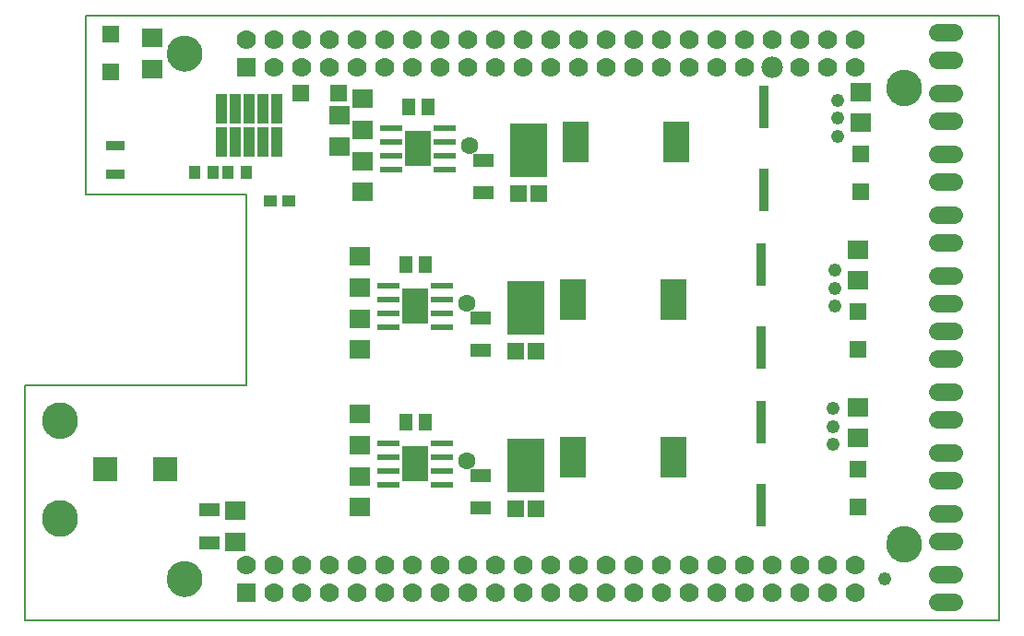
<source format=gts>
G75*
%MOIN*%
%OFA0B0*%
%FSLAX25Y25*%
%IPPOS*%
%LPD*%
%AMOC8*
5,1,8,0,0,1.08239X$1,22.5*
%
%ADD10C,0.00500*%
%ADD11C,0.00000*%
%ADD12C,0.12900*%
%ADD13R,0.07000X0.07000*%
%ADD14C,0.07000*%
%ADD15C,0.07800*%
%ADD16R,0.07500X0.04800*%
%ADD17R,0.07498X0.06699*%
%ADD18R,0.04800X0.06100*%
%ADD19R,0.03500X0.15600*%
%ADD20R,0.05900X0.05900*%
%ADD21R,0.13600X0.19500*%
%ADD22R,0.06306X0.06306*%
%ADD23R,0.08200X0.02200*%
%ADD24R,0.09800X0.12600*%
%ADD25R,0.09455X0.14573*%
%ADD26C,0.06400*%
%ADD27R,0.08668X0.08668*%
%ADD28C,0.12998*%
%ADD29R,0.04337X0.04731*%
%ADD30R,0.04731X0.04337*%
%ADD31R,0.03900X0.10900*%
%ADD32R,0.07093X0.03550*%
%ADD33C,0.04900*%
%ADD34C,0.06306*%
D10*
X0026831Y0007667D02*
X0026831Y0092667D01*
X0106831Y0092667D01*
X0106831Y0161667D01*
X0048831Y0161667D01*
X0048831Y0226167D01*
X0378831Y0226167D01*
X0378831Y0007667D01*
X0026831Y0007667D01*
D11*
X0078081Y0022667D02*
X0078083Y0022825D01*
X0078089Y0022982D01*
X0078099Y0023140D01*
X0078113Y0023297D01*
X0078131Y0023453D01*
X0078152Y0023610D01*
X0078178Y0023765D01*
X0078208Y0023920D01*
X0078241Y0024074D01*
X0078279Y0024227D01*
X0078320Y0024380D01*
X0078365Y0024531D01*
X0078414Y0024681D01*
X0078467Y0024829D01*
X0078523Y0024977D01*
X0078584Y0025122D01*
X0078647Y0025267D01*
X0078715Y0025409D01*
X0078786Y0025550D01*
X0078860Y0025689D01*
X0078938Y0025826D01*
X0079020Y0025961D01*
X0079104Y0026094D01*
X0079193Y0026225D01*
X0079284Y0026353D01*
X0079379Y0026480D01*
X0079476Y0026603D01*
X0079577Y0026725D01*
X0079681Y0026843D01*
X0079788Y0026959D01*
X0079898Y0027072D01*
X0080010Y0027183D01*
X0080126Y0027290D01*
X0080244Y0027395D01*
X0080364Y0027497D01*
X0080487Y0027595D01*
X0080613Y0027691D01*
X0080741Y0027783D01*
X0080871Y0027872D01*
X0081003Y0027958D01*
X0081138Y0028040D01*
X0081275Y0028119D01*
X0081413Y0028194D01*
X0081553Y0028266D01*
X0081696Y0028334D01*
X0081839Y0028399D01*
X0081985Y0028460D01*
X0082132Y0028517D01*
X0082280Y0028571D01*
X0082430Y0028621D01*
X0082580Y0028667D01*
X0082732Y0028709D01*
X0082885Y0028748D01*
X0083039Y0028782D01*
X0083194Y0028813D01*
X0083349Y0028839D01*
X0083505Y0028862D01*
X0083662Y0028881D01*
X0083819Y0028896D01*
X0083976Y0028907D01*
X0084134Y0028914D01*
X0084292Y0028917D01*
X0084449Y0028916D01*
X0084607Y0028911D01*
X0084764Y0028902D01*
X0084922Y0028889D01*
X0085078Y0028872D01*
X0085235Y0028851D01*
X0085390Y0028827D01*
X0085545Y0028798D01*
X0085700Y0028765D01*
X0085853Y0028729D01*
X0086006Y0028688D01*
X0086157Y0028644D01*
X0086307Y0028596D01*
X0086456Y0028545D01*
X0086604Y0028489D01*
X0086750Y0028430D01*
X0086895Y0028367D01*
X0087038Y0028300D01*
X0087179Y0028230D01*
X0087318Y0028157D01*
X0087456Y0028080D01*
X0087592Y0027999D01*
X0087725Y0027915D01*
X0087856Y0027828D01*
X0087985Y0027737D01*
X0088112Y0027643D01*
X0088237Y0027546D01*
X0088358Y0027446D01*
X0088478Y0027343D01*
X0088594Y0027237D01*
X0088708Y0027128D01*
X0088820Y0027016D01*
X0088928Y0026902D01*
X0089033Y0026784D01*
X0089136Y0026664D01*
X0089235Y0026542D01*
X0089331Y0026417D01*
X0089424Y0026289D01*
X0089514Y0026160D01*
X0089600Y0026028D01*
X0089684Y0025894D01*
X0089763Y0025758D01*
X0089840Y0025620D01*
X0089912Y0025480D01*
X0089981Y0025338D01*
X0090047Y0025195D01*
X0090109Y0025050D01*
X0090167Y0024903D01*
X0090222Y0024755D01*
X0090273Y0024606D01*
X0090320Y0024455D01*
X0090363Y0024304D01*
X0090402Y0024151D01*
X0090438Y0023997D01*
X0090469Y0023843D01*
X0090497Y0023688D01*
X0090521Y0023532D01*
X0090541Y0023375D01*
X0090557Y0023218D01*
X0090569Y0023061D01*
X0090577Y0022904D01*
X0090581Y0022746D01*
X0090581Y0022588D01*
X0090577Y0022430D01*
X0090569Y0022273D01*
X0090557Y0022116D01*
X0090541Y0021959D01*
X0090521Y0021802D01*
X0090497Y0021646D01*
X0090469Y0021491D01*
X0090438Y0021337D01*
X0090402Y0021183D01*
X0090363Y0021030D01*
X0090320Y0020879D01*
X0090273Y0020728D01*
X0090222Y0020579D01*
X0090167Y0020431D01*
X0090109Y0020284D01*
X0090047Y0020139D01*
X0089981Y0019996D01*
X0089912Y0019854D01*
X0089840Y0019714D01*
X0089763Y0019576D01*
X0089684Y0019440D01*
X0089600Y0019306D01*
X0089514Y0019174D01*
X0089424Y0019045D01*
X0089331Y0018917D01*
X0089235Y0018792D01*
X0089136Y0018670D01*
X0089033Y0018550D01*
X0088928Y0018432D01*
X0088820Y0018318D01*
X0088708Y0018206D01*
X0088594Y0018097D01*
X0088478Y0017991D01*
X0088358Y0017888D01*
X0088237Y0017788D01*
X0088112Y0017691D01*
X0087985Y0017597D01*
X0087856Y0017506D01*
X0087725Y0017419D01*
X0087592Y0017335D01*
X0087456Y0017254D01*
X0087318Y0017177D01*
X0087179Y0017104D01*
X0087038Y0017034D01*
X0086895Y0016967D01*
X0086750Y0016904D01*
X0086604Y0016845D01*
X0086456Y0016789D01*
X0086307Y0016738D01*
X0086157Y0016690D01*
X0086006Y0016646D01*
X0085853Y0016605D01*
X0085700Y0016569D01*
X0085545Y0016536D01*
X0085390Y0016507D01*
X0085235Y0016483D01*
X0085078Y0016462D01*
X0084922Y0016445D01*
X0084764Y0016432D01*
X0084607Y0016423D01*
X0084449Y0016418D01*
X0084292Y0016417D01*
X0084134Y0016420D01*
X0083976Y0016427D01*
X0083819Y0016438D01*
X0083662Y0016453D01*
X0083505Y0016472D01*
X0083349Y0016495D01*
X0083194Y0016521D01*
X0083039Y0016552D01*
X0082885Y0016586D01*
X0082732Y0016625D01*
X0082580Y0016667D01*
X0082430Y0016713D01*
X0082280Y0016763D01*
X0082132Y0016817D01*
X0081985Y0016874D01*
X0081839Y0016935D01*
X0081696Y0017000D01*
X0081553Y0017068D01*
X0081413Y0017140D01*
X0081275Y0017215D01*
X0081138Y0017294D01*
X0081003Y0017376D01*
X0080871Y0017462D01*
X0080741Y0017551D01*
X0080613Y0017643D01*
X0080487Y0017739D01*
X0080364Y0017837D01*
X0080244Y0017939D01*
X0080126Y0018044D01*
X0080010Y0018151D01*
X0079898Y0018262D01*
X0079788Y0018375D01*
X0079681Y0018491D01*
X0079577Y0018609D01*
X0079476Y0018731D01*
X0079379Y0018854D01*
X0079284Y0018981D01*
X0079193Y0019109D01*
X0079104Y0019240D01*
X0079020Y0019373D01*
X0078938Y0019508D01*
X0078860Y0019645D01*
X0078786Y0019784D01*
X0078715Y0019925D01*
X0078647Y0020067D01*
X0078584Y0020212D01*
X0078523Y0020357D01*
X0078467Y0020505D01*
X0078414Y0020653D01*
X0078365Y0020803D01*
X0078320Y0020954D01*
X0078279Y0021107D01*
X0078241Y0021260D01*
X0078208Y0021414D01*
X0078178Y0021569D01*
X0078152Y0021724D01*
X0078131Y0021881D01*
X0078113Y0022037D01*
X0078099Y0022194D01*
X0078089Y0022352D01*
X0078083Y0022509D01*
X0078081Y0022667D01*
X0032996Y0044450D02*
X0032998Y0044608D01*
X0033004Y0044766D01*
X0033014Y0044924D01*
X0033028Y0045082D01*
X0033046Y0045239D01*
X0033067Y0045396D01*
X0033093Y0045552D01*
X0033123Y0045708D01*
X0033156Y0045863D01*
X0033194Y0046016D01*
X0033235Y0046169D01*
X0033280Y0046321D01*
X0033329Y0046472D01*
X0033382Y0046621D01*
X0033438Y0046769D01*
X0033498Y0046915D01*
X0033562Y0047060D01*
X0033630Y0047203D01*
X0033701Y0047345D01*
X0033775Y0047485D01*
X0033853Y0047622D01*
X0033935Y0047758D01*
X0034019Y0047892D01*
X0034108Y0048023D01*
X0034199Y0048152D01*
X0034294Y0048279D01*
X0034391Y0048404D01*
X0034492Y0048526D01*
X0034596Y0048645D01*
X0034703Y0048762D01*
X0034813Y0048876D01*
X0034926Y0048987D01*
X0035041Y0049096D01*
X0035159Y0049201D01*
X0035280Y0049303D01*
X0035403Y0049403D01*
X0035529Y0049499D01*
X0035657Y0049592D01*
X0035787Y0049682D01*
X0035920Y0049768D01*
X0036055Y0049852D01*
X0036191Y0049931D01*
X0036330Y0050008D01*
X0036471Y0050080D01*
X0036613Y0050150D01*
X0036757Y0050215D01*
X0036903Y0050277D01*
X0037050Y0050335D01*
X0037199Y0050390D01*
X0037349Y0050441D01*
X0037500Y0050488D01*
X0037652Y0050531D01*
X0037805Y0050570D01*
X0037960Y0050606D01*
X0038115Y0050637D01*
X0038271Y0050665D01*
X0038427Y0050689D01*
X0038584Y0050709D01*
X0038742Y0050725D01*
X0038899Y0050737D01*
X0039058Y0050745D01*
X0039216Y0050749D01*
X0039374Y0050749D01*
X0039532Y0050745D01*
X0039691Y0050737D01*
X0039848Y0050725D01*
X0040006Y0050709D01*
X0040163Y0050689D01*
X0040319Y0050665D01*
X0040475Y0050637D01*
X0040630Y0050606D01*
X0040785Y0050570D01*
X0040938Y0050531D01*
X0041090Y0050488D01*
X0041241Y0050441D01*
X0041391Y0050390D01*
X0041540Y0050335D01*
X0041687Y0050277D01*
X0041833Y0050215D01*
X0041977Y0050150D01*
X0042119Y0050080D01*
X0042260Y0050008D01*
X0042399Y0049931D01*
X0042535Y0049852D01*
X0042670Y0049768D01*
X0042803Y0049682D01*
X0042933Y0049592D01*
X0043061Y0049499D01*
X0043187Y0049403D01*
X0043310Y0049303D01*
X0043431Y0049201D01*
X0043549Y0049096D01*
X0043664Y0048987D01*
X0043777Y0048876D01*
X0043887Y0048762D01*
X0043994Y0048645D01*
X0044098Y0048526D01*
X0044199Y0048404D01*
X0044296Y0048279D01*
X0044391Y0048152D01*
X0044482Y0048023D01*
X0044571Y0047892D01*
X0044655Y0047758D01*
X0044737Y0047622D01*
X0044815Y0047485D01*
X0044889Y0047345D01*
X0044960Y0047203D01*
X0045028Y0047060D01*
X0045092Y0046915D01*
X0045152Y0046769D01*
X0045208Y0046621D01*
X0045261Y0046472D01*
X0045310Y0046321D01*
X0045355Y0046169D01*
X0045396Y0046016D01*
X0045434Y0045863D01*
X0045467Y0045708D01*
X0045497Y0045552D01*
X0045523Y0045396D01*
X0045544Y0045239D01*
X0045562Y0045082D01*
X0045576Y0044924D01*
X0045586Y0044766D01*
X0045592Y0044608D01*
X0045594Y0044450D01*
X0045592Y0044292D01*
X0045586Y0044134D01*
X0045576Y0043976D01*
X0045562Y0043818D01*
X0045544Y0043661D01*
X0045523Y0043504D01*
X0045497Y0043348D01*
X0045467Y0043192D01*
X0045434Y0043037D01*
X0045396Y0042884D01*
X0045355Y0042731D01*
X0045310Y0042579D01*
X0045261Y0042428D01*
X0045208Y0042279D01*
X0045152Y0042131D01*
X0045092Y0041985D01*
X0045028Y0041840D01*
X0044960Y0041697D01*
X0044889Y0041555D01*
X0044815Y0041415D01*
X0044737Y0041278D01*
X0044655Y0041142D01*
X0044571Y0041008D01*
X0044482Y0040877D01*
X0044391Y0040748D01*
X0044296Y0040621D01*
X0044199Y0040496D01*
X0044098Y0040374D01*
X0043994Y0040255D01*
X0043887Y0040138D01*
X0043777Y0040024D01*
X0043664Y0039913D01*
X0043549Y0039804D01*
X0043431Y0039699D01*
X0043310Y0039597D01*
X0043187Y0039497D01*
X0043061Y0039401D01*
X0042933Y0039308D01*
X0042803Y0039218D01*
X0042670Y0039132D01*
X0042535Y0039048D01*
X0042399Y0038969D01*
X0042260Y0038892D01*
X0042119Y0038820D01*
X0041977Y0038750D01*
X0041833Y0038685D01*
X0041687Y0038623D01*
X0041540Y0038565D01*
X0041391Y0038510D01*
X0041241Y0038459D01*
X0041090Y0038412D01*
X0040938Y0038369D01*
X0040785Y0038330D01*
X0040630Y0038294D01*
X0040475Y0038263D01*
X0040319Y0038235D01*
X0040163Y0038211D01*
X0040006Y0038191D01*
X0039848Y0038175D01*
X0039691Y0038163D01*
X0039532Y0038155D01*
X0039374Y0038151D01*
X0039216Y0038151D01*
X0039058Y0038155D01*
X0038899Y0038163D01*
X0038742Y0038175D01*
X0038584Y0038191D01*
X0038427Y0038211D01*
X0038271Y0038235D01*
X0038115Y0038263D01*
X0037960Y0038294D01*
X0037805Y0038330D01*
X0037652Y0038369D01*
X0037500Y0038412D01*
X0037349Y0038459D01*
X0037199Y0038510D01*
X0037050Y0038565D01*
X0036903Y0038623D01*
X0036757Y0038685D01*
X0036613Y0038750D01*
X0036471Y0038820D01*
X0036330Y0038892D01*
X0036191Y0038969D01*
X0036055Y0039048D01*
X0035920Y0039132D01*
X0035787Y0039218D01*
X0035657Y0039308D01*
X0035529Y0039401D01*
X0035403Y0039497D01*
X0035280Y0039597D01*
X0035159Y0039699D01*
X0035041Y0039804D01*
X0034926Y0039913D01*
X0034813Y0040024D01*
X0034703Y0040138D01*
X0034596Y0040255D01*
X0034492Y0040374D01*
X0034391Y0040496D01*
X0034294Y0040621D01*
X0034199Y0040748D01*
X0034108Y0040877D01*
X0034019Y0041008D01*
X0033935Y0041142D01*
X0033853Y0041278D01*
X0033775Y0041415D01*
X0033701Y0041555D01*
X0033630Y0041697D01*
X0033562Y0041840D01*
X0033498Y0041985D01*
X0033438Y0042131D01*
X0033382Y0042279D01*
X0033329Y0042428D01*
X0033280Y0042579D01*
X0033235Y0042731D01*
X0033194Y0042884D01*
X0033156Y0043037D01*
X0033123Y0043192D01*
X0033093Y0043348D01*
X0033067Y0043504D01*
X0033046Y0043661D01*
X0033028Y0043818D01*
X0033014Y0043976D01*
X0033004Y0044134D01*
X0032998Y0044292D01*
X0032996Y0044450D01*
X0032996Y0079883D02*
X0032998Y0080041D01*
X0033004Y0080199D01*
X0033014Y0080357D01*
X0033028Y0080515D01*
X0033046Y0080672D01*
X0033067Y0080829D01*
X0033093Y0080985D01*
X0033123Y0081141D01*
X0033156Y0081296D01*
X0033194Y0081449D01*
X0033235Y0081602D01*
X0033280Y0081754D01*
X0033329Y0081905D01*
X0033382Y0082054D01*
X0033438Y0082202D01*
X0033498Y0082348D01*
X0033562Y0082493D01*
X0033630Y0082636D01*
X0033701Y0082778D01*
X0033775Y0082918D01*
X0033853Y0083055D01*
X0033935Y0083191D01*
X0034019Y0083325D01*
X0034108Y0083456D01*
X0034199Y0083585D01*
X0034294Y0083712D01*
X0034391Y0083837D01*
X0034492Y0083959D01*
X0034596Y0084078D01*
X0034703Y0084195D01*
X0034813Y0084309D01*
X0034926Y0084420D01*
X0035041Y0084529D01*
X0035159Y0084634D01*
X0035280Y0084736D01*
X0035403Y0084836D01*
X0035529Y0084932D01*
X0035657Y0085025D01*
X0035787Y0085115D01*
X0035920Y0085201D01*
X0036055Y0085285D01*
X0036191Y0085364D01*
X0036330Y0085441D01*
X0036471Y0085513D01*
X0036613Y0085583D01*
X0036757Y0085648D01*
X0036903Y0085710D01*
X0037050Y0085768D01*
X0037199Y0085823D01*
X0037349Y0085874D01*
X0037500Y0085921D01*
X0037652Y0085964D01*
X0037805Y0086003D01*
X0037960Y0086039D01*
X0038115Y0086070D01*
X0038271Y0086098D01*
X0038427Y0086122D01*
X0038584Y0086142D01*
X0038742Y0086158D01*
X0038899Y0086170D01*
X0039058Y0086178D01*
X0039216Y0086182D01*
X0039374Y0086182D01*
X0039532Y0086178D01*
X0039691Y0086170D01*
X0039848Y0086158D01*
X0040006Y0086142D01*
X0040163Y0086122D01*
X0040319Y0086098D01*
X0040475Y0086070D01*
X0040630Y0086039D01*
X0040785Y0086003D01*
X0040938Y0085964D01*
X0041090Y0085921D01*
X0041241Y0085874D01*
X0041391Y0085823D01*
X0041540Y0085768D01*
X0041687Y0085710D01*
X0041833Y0085648D01*
X0041977Y0085583D01*
X0042119Y0085513D01*
X0042260Y0085441D01*
X0042399Y0085364D01*
X0042535Y0085285D01*
X0042670Y0085201D01*
X0042803Y0085115D01*
X0042933Y0085025D01*
X0043061Y0084932D01*
X0043187Y0084836D01*
X0043310Y0084736D01*
X0043431Y0084634D01*
X0043549Y0084529D01*
X0043664Y0084420D01*
X0043777Y0084309D01*
X0043887Y0084195D01*
X0043994Y0084078D01*
X0044098Y0083959D01*
X0044199Y0083837D01*
X0044296Y0083712D01*
X0044391Y0083585D01*
X0044482Y0083456D01*
X0044571Y0083325D01*
X0044655Y0083191D01*
X0044737Y0083055D01*
X0044815Y0082918D01*
X0044889Y0082778D01*
X0044960Y0082636D01*
X0045028Y0082493D01*
X0045092Y0082348D01*
X0045152Y0082202D01*
X0045208Y0082054D01*
X0045261Y0081905D01*
X0045310Y0081754D01*
X0045355Y0081602D01*
X0045396Y0081449D01*
X0045434Y0081296D01*
X0045467Y0081141D01*
X0045497Y0080985D01*
X0045523Y0080829D01*
X0045544Y0080672D01*
X0045562Y0080515D01*
X0045576Y0080357D01*
X0045586Y0080199D01*
X0045592Y0080041D01*
X0045594Y0079883D01*
X0045592Y0079725D01*
X0045586Y0079567D01*
X0045576Y0079409D01*
X0045562Y0079251D01*
X0045544Y0079094D01*
X0045523Y0078937D01*
X0045497Y0078781D01*
X0045467Y0078625D01*
X0045434Y0078470D01*
X0045396Y0078317D01*
X0045355Y0078164D01*
X0045310Y0078012D01*
X0045261Y0077861D01*
X0045208Y0077712D01*
X0045152Y0077564D01*
X0045092Y0077418D01*
X0045028Y0077273D01*
X0044960Y0077130D01*
X0044889Y0076988D01*
X0044815Y0076848D01*
X0044737Y0076711D01*
X0044655Y0076575D01*
X0044571Y0076441D01*
X0044482Y0076310D01*
X0044391Y0076181D01*
X0044296Y0076054D01*
X0044199Y0075929D01*
X0044098Y0075807D01*
X0043994Y0075688D01*
X0043887Y0075571D01*
X0043777Y0075457D01*
X0043664Y0075346D01*
X0043549Y0075237D01*
X0043431Y0075132D01*
X0043310Y0075030D01*
X0043187Y0074930D01*
X0043061Y0074834D01*
X0042933Y0074741D01*
X0042803Y0074651D01*
X0042670Y0074565D01*
X0042535Y0074481D01*
X0042399Y0074402D01*
X0042260Y0074325D01*
X0042119Y0074253D01*
X0041977Y0074183D01*
X0041833Y0074118D01*
X0041687Y0074056D01*
X0041540Y0073998D01*
X0041391Y0073943D01*
X0041241Y0073892D01*
X0041090Y0073845D01*
X0040938Y0073802D01*
X0040785Y0073763D01*
X0040630Y0073727D01*
X0040475Y0073696D01*
X0040319Y0073668D01*
X0040163Y0073644D01*
X0040006Y0073624D01*
X0039848Y0073608D01*
X0039691Y0073596D01*
X0039532Y0073588D01*
X0039374Y0073584D01*
X0039216Y0073584D01*
X0039058Y0073588D01*
X0038899Y0073596D01*
X0038742Y0073608D01*
X0038584Y0073624D01*
X0038427Y0073644D01*
X0038271Y0073668D01*
X0038115Y0073696D01*
X0037960Y0073727D01*
X0037805Y0073763D01*
X0037652Y0073802D01*
X0037500Y0073845D01*
X0037349Y0073892D01*
X0037199Y0073943D01*
X0037050Y0073998D01*
X0036903Y0074056D01*
X0036757Y0074118D01*
X0036613Y0074183D01*
X0036471Y0074253D01*
X0036330Y0074325D01*
X0036191Y0074402D01*
X0036055Y0074481D01*
X0035920Y0074565D01*
X0035787Y0074651D01*
X0035657Y0074741D01*
X0035529Y0074834D01*
X0035403Y0074930D01*
X0035280Y0075030D01*
X0035159Y0075132D01*
X0035041Y0075237D01*
X0034926Y0075346D01*
X0034813Y0075457D01*
X0034703Y0075571D01*
X0034596Y0075688D01*
X0034492Y0075807D01*
X0034391Y0075929D01*
X0034294Y0076054D01*
X0034199Y0076181D01*
X0034108Y0076310D01*
X0034019Y0076441D01*
X0033935Y0076575D01*
X0033853Y0076711D01*
X0033775Y0076848D01*
X0033701Y0076988D01*
X0033630Y0077130D01*
X0033562Y0077273D01*
X0033498Y0077418D01*
X0033438Y0077564D01*
X0033382Y0077712D01*
X0033329Y0077861D01*
X0033280Y0078012D01*
X0033235Y0078164D01*
X0033194Y0078317D01*
X0033156Y0078470D01*
X0033123Y0078625D01*
X0033093Y0078781D01*
X0033067Y0078937D01*
X0033046Y0079094D01*
X0033028Y0079251D01*
X0033014Y0079409D01*
X0033004Y0079567D01*
X0032998Y0079725D01*
X0032996Y0079883D01*
X0078081Y0212667D02*
X0078083Y0212825D01*
X0078089Y0212982D01*
X0078099Y0213140D01*
X0078113Y0213297D01*
X0078131Y0213453D01*
X0078152Y0213610D01*
X0078178Y0213765D01*
X0078208Y0213920D01*
X0078241Y0214074D01*
X0078279Y0214227D01*
X0078320Y0214380D01*
X0078365Y0214531D01*
X0078414Y0214681D01*
X0078467Y0214829D01*
X0078523Y0214977D01*
X0078584Y0215122D01*
X0078647Y0215267D01*
X0078715Y0215409D01*
X0078786Y0215550D01*
X0078860Y0215689D01*
X0078938Y0215826D01*
X0079020Y0215961D01*
X0079104Y0216094D01*
X0079193Y0216225D01*
X0079284Y0216353D01*
X0079379Y0216480D01*
X0079476Y0216603D01*
X0079577Y0216725D01*
X0079681Y0216843D01*
X0079788Y0216959D01*
X0079898Y0217072D01*
X0080010Y0217183D01*
X0080126Y0217290D01*
X0080244Y0217395D01*
X0080364Y0217497D01*
X0080487Y0217595D01*
X0080613Y0217691D01*
X0080741Y0217783D01*
X0080871Y0217872D01*
X0081003Y0217958D01*
X0081138Y0218040D01*
X0081275Y0218119D01*
X0081413Y0218194D01*
X0081553Y0218266D01*
X0081696Y0218334D01*
X0081839Y0218399D01*
X0081985Y0218460D01*
X0082132Y0218517D01*
X0082280Y0218571D01*
X0082430Y0218621D01*
X0082580Y0218667D01*
X0082732Y0218709D01*
X0082885Y0218748D01*
X0083039Y0218782D01*
X0083194Y0218813D01*
X0083349Y0218839D01*
X0083505Y0218862D01*
X0083662Y0218881D01*
X0083819Y0218896D01*
X0083976Y0218907D01*
X0084134Y0218914D01*
X0084292Y0218917D01*
X0084449Y0218916D01*
X0084607Y0218911D01*
X0084764Y0218902D01*
X0084922Y0218889D01*
X0085078Y0218872D01*
X0085235Y0218851D01*
X0085390Y0218827D01*
X0085545Y0218798D01*
X0085700Y0218765D01*
X0085853Y0218729D01*
X0086006Y0218688D01*
X0086157Y0218644D01*
X0086307Y0218596D01*
X0086456Y0218545D01*
X0086604Y0218489D01*
X0086750Y0218430D01*
X0086895Y0218367D01*
X0087038Y0218300D01*
X0087179Y0218230D01*
X0087318Y0218157D01*
X0087456Y0218080D01*
X0087592Y0217999D01*
X0087725Y0217915D01*
X0087856Y0217828D01*
X0087985Y0217737D01*
X0088112Y0217643D01*
X0088237Y0217546D01*
X0088358Y0217446D01*
X0088478Y0217343D01*
X0088594Y0217237D01*
X0088708Y0217128D01*
X0088820Y0217016D01*
X0088928Y0216902D01*
X0089033Y0216784D01*
X0089136Y0216664D01*
X0089235Y0216542D01*
X0089331Y0216417D01*
X0089424Y0216289D01*
X0089514Y0216160D01*
X0089600Y0216028D01*
X0089684Y0215894D01*
X0089763Y0215758D01*
X0089840Y0215620D01*
X0089912Y0215480D01*
X0089981Y0215338D01*
X0090047Y0215195D01*
X0090109Y0215050D01*
X0090167Y0214903D01*
X0090222Y0214755D01*
X0090273Y0214606D01*
X0090320Y0214455D01*
X0090363Y0214304D01*
X0090402Y0214151D01*
X0090438Y0213997D01*
X0090469Y0213843D01*
X0090497Y0213688D01*
X0090521Y0213532D01*
X0090541Y0213375D01*
X0090557Y0213218D01*
X0090569Y0213061D01*
X0090577Y0212904D01*
X0090581Y0212746D01*
X0090581Y0212588D01*
X0090577Y0212430D01*
X0090569Y0212273D01*
X0090557Y0212116D01*
X0090541Y0211959D01*
X0090521Y0211802D01*
X0090497Y0211646D01*
X0090469Y0211491D01*
X0090438Y0211337D01*
X0090402Y0211183D01*
X0090363Y0211030D01*
X0090320Y0210879D01*
X0090273Y0210728D01*
X0090222Y0210579D01*
X0090167Y0210431D01*
X0090109Y0210284D01*
X0090047Y0210139D01*
X0089981Y0209996D01*
X0089912Y0209854D01*
X0089840Y0209714D01*
X0089763Y0209576D01*
X0089684Y0209440D01*
X0089600Y0209306D01*
X0089514Y0209174D01*
X0089424Y0209045D01*
X0089331Y0208917D01*
X0089235Y0208792D01*
X0089136Y0208670D01*
X0089033Y0208550D01*
X0088928Y0208432D01*
X0088820Y0208318D01*
X0088708Y0208206D01*
X0088594Y0208097D01*
X0088478Y0207991D01*
X0088358Y0207888D01*
X0088237Y0207788D01*
X0088112Y0207691D01*
X0087985Y0207597D01*
X0087856Y0207506D01*
X0087725Y0207419D01*
X0087592Y0207335D01*
X0087456Y0207254D01*
X0087318Y0207177D01*
X0087179Y0207104D01*
X0087038Y0207034D01*
X0086895Y0206967D01*
X0086750Y0206904D01*
X0086604Y0206845D01*
X0086456Y0206789D01*
X0086307Y0206738D01*
X0086157Y0206690D01*
X0086006Y0206646D01*
X0085853Y0206605D01*
X0085700Y0206569D01*
X0085545Y0206536D01*
X0085390Y0206507D01*
X0085235Y0206483D01*
X0085078Y0206462D01*
X0084922Y0206445D01*
X0084764Y0206432D01*
X0084607Y0206423D01*
X0084449Y0206418D01*
X0084292Y0206417D01*
X0084134Y0206420D01*
X0083976Y0206427D01*
X0083819Y0206438D01*
X0083662Y0206453D01*
X0083505Y0206472D01*
X0083349Y0206495D01*
X0083194Y0206521D01*
X0083039Y0206552D01*
X0082885Y0206586D01*
X0082732Y0206625D01*
X0082580Y0206667D01*
X0082430Y0206713D01*
X0082280Y0206763D01*
X0082132Y0206817D01*
X0081985Y0206874D01*
X0081839Y0206935D01*
X0081696Y0207000D01*
X0081553Y0207068D01*
X0081413Y0207140D01*
X0081275Y0207215D01*
X0081138Y0207294D01*
X0081003Y0207376D01*
X0080871Y0207462D01*
X0080741Y0207551D01*
X0080613Y0207643D01*
X0080487Y0207739D01*
X0080364Y0207837D01*
X0080244Y0207939D01*
X0080126Y0208044D01*
X0080010Y0208151D01*
X0079898Y0208262D01*
X0079788Y0208375D01*
X0079681Y0208491D01*
X0079577Y0208609D01*
X0079476Y0208731D01*
X0079379Y0208854D01*
X0079284Y0208981D01*
X0079193Y0209109D01*
X0079104Y0209240D01*
X0079020Y0209373D01*
X0078938Y0209508D01*
X0078860Y0209645D01*
X0078786Y0209784D01*
X0078715Y0209925D01*
X0078647Y0210067D01*
X0078584Y0210212D01*
X0078523Y0210357D01*
X0078467Y0210505D01*
X0078414Y0210653D01*
X0078365Y0210803D01*
X0078320Y0210954D01*
X0078279Y0211107D01*
X0078241Y0211260D01*
X0078208Y0211414D01*
X0078178Y0211569D01*
X0078152Y0211724D01*
X0078131Y0211881D01*
X0078113Y0212037D01*
X0078099Y0212194D01*
X0078089Y0212352D01*
X0078083Y0212509D01*
X0078081Y0212667D01*
X0338081Y0200167D02*
X0338083Y0200325D01*
X0338089Y0200482D01*
X0338099Y0200640D01*
X0338113Y0200797D01*
X0338131Y0200953D01*
X0338152Y0201110D01*
X0338178Y0201265D01*
X0338208Y0201420D01*
X0338241Y0201574D01*
X0338279Y0201727D01*
X0338320Y0201880D01*
X0338365Y0202031D01*
X0338414Y0202181D01*
X0338467Y0202329D01*
X0338523Y0202477D01*
X0338584Y0202622D01*
X0338647Y0202767D01*
X0338715Y0202909D01*
X0338786Y0203050D01*
X0338860Y0203189D01*
X0338938Y0203326D01*
X0339020Y0203461D01*
X0339104Y0203594D01*
X0339193Y0203725D01*
X0339284Y0203853D01*
X0339379Y0203980D01*
X0339476Y0204103D01*
X0339577Y0204225D01*
X0339681Y0204343D01*
X0339788Y0204459D01*
X0339898Y0204572D01*
X0340010Y0204683D01*
X0340126Y0204790D01*
X0340244Y0204895D01*
X0340364Y0204997D01*
X0340487Y0205095D01*
X0340613Y0205191D01*
X0340741Y0205283D01*
X0340871Y0205372D01*
X0341003Y0205458D01*
X0341138Y0205540D01*
X0341275Y0205619D01*
X0341413Y0205694D01*
X0341553Y0205766D01*
X0341696Y0205834D01*
X0341839Y0205899D01*
X0341985Y0205960D01*
X0342132Y0206017D01*
X0342280Y0206071D01*
X0342430Y0206121D01*
X0342580Y0206167D01*
X0342732Y0206209D01*
X0342885Y0206248D01*
X0343039Y0206282D01*
X0343194Y0206313D01*
X0343349Y0206339D01*
X0343505Y0206362D01*
X0343662Y0206381D01*
X0343819Y0206396D01*
X0343976Y0206407D01*
X0344134Y0206414D01*
X0344292Y0206417D01*
X0344449Y0206416D01*
X0344607Y0206411D01*
X0344764Y0206402D01*
X0344922Y0206389D01*
X0345078Y0206372D01*
X0345235Y0206351D01*
X0345390Y0206327D01*
X0345545Y0206298D01*
X0345700Y0206265D01*
X0345853Y0206229D01*
X0346006Y0206188D01*
X0346157Y0206144D01*
X0346307Y0206096D01*
X0346456Y0206045D01*
X0346604Y0205989D01*
X0346750Y0205930D01*
X0346895Y0205867D01*
X0347038Y0205800D01*
X0347179Y0205730D01*
X0347318Y0205657D01*
X0347456Y0205580D01*
X0347592Y0205499D01*
X0347725Y0205415D01*
X0347856Y0205328D01*
X0347985Y0205237D01*
X0348112Y0205143D01*
X0348237Y0205046D01*
X0348358Y0204946D01*
X0348478Y0204843D01*
X0348594Y0204737D01*
X0348708Y0204628D01*
X0348820Y0204516D01*
X0348928Y0204402D01*
X0349033Y0204284D01*
X0349136Y0204164D01*
X0349235Y0204042D01*
X0349331Y0203917D01*
X0349424Y0203789D01*
X0349514Y0203660D01*
X0349600Y0203528D01*
X0349684Y0203394D01*
X0349763Y0203258D01*
X0349840Y0203120D01*
X0349912Y0202980D01*
X0349981Y0202838D01*
X0350047Y0202695D01*
X0350109Y0202550D01*
X0350167Y0202403D01*
X0350222Y0202255D01*
X0350273Y0202106D01*
X0350320Y0201955D01*
X0350363Y0201804D01*
X0350402Y0201651D01*
X0350438Y0201497D01*
X0350469Y0201343D01*
X0350497Y0201188D01*
X0350521Y0201032D01*
X0350541Y0200875D01*
X0350557Y0200718D01*
X0350569Y0200561D01*
X0350577Y0200404D01*
X0350581Y0200246D01*
X0350581Y0200088D01*
X0350577Y0199930D01*
X0350569Y0199773D01*
X0350557Y0199616D01*
X0350541Y0199459D01*
X0350521Y0199302D01*
X0350497Y0199146D01*
X0350469Y0198991D01*
X0350438Y0198837D01*
X0350402Y0198683D01*
X0350363Y0198530D01*
X0350320Y0198379D01*
X0350273Y0198228D01*
X0350222Y0198079D01*
X0350167Y0197931D01*
X0350109Y0197784D01*
X0350047Y0197639D01*
X0349981Y0197496D01*
X0349912Y0197354D01*
X0349840Y0197214D01*
X0349763Y0197076D01*
X0349684Y0196940D01*
X0349600Y0196806D01*
X0349514Y0196674D01*
X0349424Y0196545D01*
X0349331Y0196417D01*
X0349235Y0196292D01*
X0349136Y0196170D01*
X0349033Y0196050D01*
X0348928Y0195932D01*
X0348820Y0195818D01*
X0348708Y0195706D01*
X0348594Y0195597D01*
X0348478Y0195491D01*
X0348358Y0195388D01*
X0348237Y0195288D01*
X0348112Y0195191D01*
X0347985Y0195097D01*
X0347856Y0195006D01*
X0347725Y0194919D01*
X0347592Y0194835D01*
X0347456Y0194754D01*
X0347318Y0194677D01*
X0347179Y0194604D01*
X0347038Y0194534D01*
X0346895Y0194467D01*
X0346750Y0194404D01*
X0346604Y0194345D01*
X0346456Y0194289D01*
X0346307Y0194238D01*
X0346157Y0194190D01*
X0346006Y0194146D01*
X0345853Y0194105D01*
X0345700Y0194069D01*
X0345545Y0194036D01*
X0345390Y0194007D01*
X0345235Y0193983D01*
X0345078Y0193962D01*
X0344922Y0193945D01*
X0344764Y0193932D01*
X0344607Y0193923D01*
X0344449Y0193918D01*
X0344292Y0193917D01*
X0344134Y0193920D01*
X0343976Y0193927D01*
X0343819Y0193938D01*
X0343662Y0193953D01*
X0343505Y0193972D01*
X0343349Y0193995D01*
X0343194Y0194021D01*
X0343039Y0194052D01*
X0342885Y0194086D01*
X0342732Y0194125D01*
X0342580Y0194167D01*
X0342430Y0194213D01*
X0342280Y0194263D01*
X0342132Y0194317D01*
X0341985Y0194374D01*
X0341839Y0194435D01*
X0341696Y0194500D01*
X0341553Y0194568D01*
X0341413Y0194640D01*
X0341275Y0194715D01*
X0341138Y0194794D01*
X0341003Y0194876D01*
X0340871Y0194962D01*
X0340741Y0195051D01*
X0340613Y0195143D01*
X0340487Y0195239D01*
X0340364Y0195337D01*
X0340244Y0195439D01*
X0340126Y0195544D01*
X0340010Y0195651D01*
X0339898Y0195762D01*
X0339788Y0195875D01*
X0339681Y0195991D01*
X0339577Y0196109D01*
X0339476Y0196231D01*
X0339379Y0196354D01*
X0339284Y0196481D01*
X0339193Y0196609D01*
X0339104Y0196740D01*
X0339020Y0196873D01*
X0338938Y0197008D01*
X0338860Y0197145D01*
X0338786Y0197284D01*
X0338715Y0197425D01*
X0338647Y0197567D01*
X0338584Y0197712D01*
X0338523Y0197857D01*
X0338467Y0198005D01*
X0338414Y0198153D01*
X0338365Y0198303D01*
X0338320Y0198454D01*
X0338279Y0198607D01*
X0338241Y0198760D01*
X0338208Y0198914D01*
X0338178Y0199069D01*
X0338152Y0199224D01*
X0338131Y0199381D01*
X0338113Y0199537D01*
X0338099Y0199694D01*
X0338089Y0199852D01*
X0338083Y0200009D01*
X0338081Y0200167D01*
X0338081Y0035167D02*
X0338083Y0035325D01*
X0338089Y0035482D01*
X0338099Y0035640D01*
X0338113Y0035797D01*
X0338131Y0035953D01*
X0338152Y0036110D01*
X0338178Y0036265D01*
X0338208Y0036420D01*
X0338241Y0036574D01*
X0338279Y0036727D01*
X0338320Y0036880D01*
X0338365Y0037031D01*
X0338414Y0037181D01*
X0338467Y0037329D01*
X0338523Y0037477D01*
X0338584Y0037622D01*
X0338647Y0037767D01*
X0338715Y0037909D01*
X0338786Y0038050D01*
X0338860Y0038189D01*
X0338938Y0038326D01*
X0339020Y0038461D01*
X0339104Y0038594D01*
X0339193Y0038725D01*
X0339284Y0038853D01*
X0339379Y0038980D01*
X0339476Y0039103D01*
X0339577Y0039225D01*
X0339681Y0039343D01*
X0339788Y0039459D01*
X0339898Y0039572D01*
X0340010Y0039683D01*
X0340126Y0039790D01*
X0340244Y0039895D01*
X0340364Y0039997D01*
X0340487Y0040095D01*
X0340613Y0040191D01*
X0340741Y0040283D01*
X0340871Y0040372D01*
X0341003Y0040458D01*
X0341138Y0040540D01*
X0341275Y0040619D01*
X0341413Y0040694D01*
X0341553Y0040766D01*
X0341696Y0040834D01*
X0341839Y0040899D01*
X0341985Y0040960D01*
X0342132Y0041017D01*
X0342280Y0041071D01*
X0342430Y0041121D01*
X0342580Y0041167D01*
X0342732Y0041209D01*
X0342885Y0041248D01*
X0343039Y0041282D01*
X0343194Y0041313D01*
X0343349Y0041339D01*
X0343505Y0041362D01*
X0343662Y0041381D01*
X0343819Y0041396D01*
X0343976Y0041407D01*
X0344134Y0041414D01*
X0344292Y0041417D01*
X0344449Y0041416D01*
X0344607Y0041411D01*
X0344764Y0041402D01*
X0344922Y0041389D01*
X0345078Y0041372D01*
X0345235Y0041351D01*
X0345390Y0041327D01*
X0345545Y0041298D01*
X0345700Y0041265D01*
X0345853Y0041229D01*
X0346006Y0041188D01*
X0346157Y0041144D01*
X0346307Y0041096D01*
X0346456Y0041045D01*
X0346604Y0040989D01*
X0346750Y0040930D01*
X0346895Y0040867D01*
X0347038Y0040800D01*
X0347179Y0040730D01*
X0347318Y0040657D01*
X0347456Y0040580D01*
X0347592Y0040499D01*
X0347725Y0040415D01*
X0347856Y0040328D01*
X0347985Y0040237D01*
X0348112Y0040143D01*
X0348237Y0040046D01*
X0348358Y0039946D01*
X0348478Y0039843D01*
X0348594Y0039737D01*
X0348708Y0039628D01*
X0348820Y0039516D01*
X0348928Y0039402D01*
X0349033Y0039284D01*
X0349136Y0039164D01*
X0349235Y0039042D01*
X0349331Y0038917D01*
X0349424Y0038789D01*
X0349514Y0038660D01*
X0349600Y0038528D01*
X0349684Y0038394D01*
X0349763Y0038258D01*
X0349840Y0038120D01*
X0349912Y0037980D01*
X0349981Y0037838D01*
X0350047Y0037695D01*
X0350109Y0037550D01*
X0350167Y0037403D01*
X0350222Y0037255D01*
X0350273Y0037106D01*
X0350320Y0036955D01*
X0350363Y0036804D01*
X0350402Y0036651D01*
X0350438Y0036497D01*
X0350469Y0036343D01*
X0350497Y0036188D01*
X0350521Y0036032D01*
X0350541Y0035875D01*
X0350557Y0035718D01*
X0350569Y0035561D01*
X0350577Y0035404D01*
X0350581Y0035246D01*
X0350581Y0035088D01*
X0350577Y0034930D01*
X0350569Y0034773D01*
X0350557Y0034616D01*
X0350541Y0034459D01*
X0350521Y0034302D01*
X0350497Y0034146D01*
X0350469Y0033991D01*
X0350438Y0033837D01*
X0350402Y0033683D01*
X0350363Y0033530D01*
X0350320Y0033379D01*
X0350273Y0033228D01*
X0350222Y0033079D01*
X0350167Y0032931D01*
X0350109Y0032784D01*
X0350047Y0032639D01*
X0349981Y0032496D01*
X0349912Y0032354D01*
X0349840Y0032214D01*
X0349763Y0032076D01*
X0349684Y0031940D01*
X0349600Y0031806D01*
X0349514Y0031674D01*
X0349424Y0031545D01*
X0349331Y0031417D01*
X0349235Y0031292D01*
X0349136Y0031170D01*
X0349033Y0031050D01*
X0348928Y0030932D01*
X0348820Y0030818D01*
X0348708Y0030706D01*
X0348594Y0030597D01*
X0348478Y0030491D01*
X0348358Y0030388D01*
X0348237Y0030288D01*
X0348112Y0030191D01*
X0347985Y0030097D01*
X0347856Y0030006D01*
X0347725Y0029919D01*
X0347592Y0029835D01*
X0347456Y0029754D01*
X0347318Y0029677D01*
X0347179Y0029604D01*
X0347038Y0029534D01*
X0346895Y0029467D01*
X0346750Y0029404D01*
X0346604Y0029345D01*
X0346456Y0029289D01*
X0346307Y0029238D01*
X0346157Y0029190D01*
X0346006Y0029146D01*
X0345853Y0029105D01*
X0345700Y0029069D01*
X0345545Y0029036D01*
X0345390Y0029007D01*
X0345235Y0028983D01*
X0345078Y0028962D01*
X0344922Y0028945D01*
X0344764Y0028932D01*
X0344607Y0028923D01*
X0344449Y0028918D01*
X0344292Y0028917D01*
X0344134Y0028920D01*
X0343976Y0028927D01*
X0343819Y0028938D01*
X0343662Y0028953D01*
X0343505Y0028972D01*
X0343349Y0028995D01*
X0343194Y0029021D01*
X0343039Y0029052D01*
X0342885Y0029086D01*
X0342732Y0029125D01*
X0342580Y0029167D01*
X0342430Y0029213D01*
X0342280Y0029263D01*
X0342132Y0029317D01*
X0341985Y0029374D01*
X0341839Y0029435D01*
X0341696Y0029500D01*
X0341553Y0029568D01*
X0341413Y0029640D01*
X0341275Y0029715D01*
X0341138Y0029794D01*
X0341003Y0029876D01*
X0340871Y0029962D01*
X0340741Y0030051D01*
X0340613Y0030143D01*
X0340487Y0030239D01*
X0340364Y0030337D01*
X0340244Y0030439D01*
X0340126Y0030544D01*
X0340010Y0030651D01*
X0339898Y0030762D01*
X0339788Y0030875D01*
X0339681Y0030991D01*
X0339577Y0031109D01*
X0339476Y0031231D01*
X0339379Y0031354D01*
X0339284Y0031481D01*
X0339193Y0031609D01*
X0339104Y0031740D01*
X0339020Y0031873D01*
X0338938Y0032008D01*
X0338860Y0032145D01*
X0338786Y0032284D01*
X0338715Y0032425D01*
X0338647Y0032567D01*
X0338584Y0032712D01*
X0338523Y0032857D01*
X0338467Y0033005D01*
X0338414Y0033153D01*
X0338365Y0033303D01*
X0338320Y0033454D01*
X0338279Y0033607D01*
X0338241Y0033760D01*
X0338208Y0033914D01*
X0338178Y0034069D01*
X0338152Y0034224D01*
X0338131Y0034381D01*
X0338113Y0034537D01*
X0338099Y0034694D01*
X0338089Y0034852D01*
X0338083Y0035009D01*
X0338081Y0035167D01*
D12*
X0344331Y0035167D03*
X0084331Y0022667D03*
X0344331Y0200167D03*
X0084331Y0212667D03*
D13*
X0106831Y0207667D03*
X0106831Y0017667D03*
D14*
X0116831Y0017667D03*
X0126831Y0017667D03*
X0136831Y0017667D03*
X0146831Y0017667D03*
X0156831Y0017667D03*
X0166831Y0017667D03*
X0176831Y0017667D03*
X0186831Y0017667D03*
X0196831Y0017667D03*
X0206831Y0017667D03*
X0216831Y0017667D03*
X0226831Y0017667D03*
X0236831Y0017667D03*
X0246831Y0017667D03*
X0256831Y0017667D03*
X0266831Y0017667D03*
X0276831Y0017667D03*
X0286831Y0017667D03*
X0296831Y0017667D03*
X0306831Y0017667D03*
X0316831Y0017667D03*
X0326831Y0017667D03*
X0326831Y0027667D03*
X0316831Y0027667D03*
X0306831Y0027667D03*
X0296831Y0027667D03*
X0286831Y0027667D03*
X0276831Y0027667D03*
X0266831Y0027667D03*
X0256831Y0027667D03*
X0246831Y0027667D03*
X0236831Y0027667D03*
X0226831Y0027667D03*
X0216831Y0027667D03*
X0206831Y0027667D03*
X0196831Y0027667D03*
X0186831Y0027667D03*
X0176831Y0027667D03*
X0166831Y0027667D03*
X0156831Y0027667D03*
X0146831Y0027667D03*
X0136831Y0027667D03*
X0126831Y0027667D03*
X0116831Y0027667D03*
X0106831Y0027667D03*
X0116831Y0207667D03*
X0126831Y0207667D03*
X0136831Y0207667D03*
X0146831Y0207667D03*
X0156831Y0207667D03*
X0166831Y0207667D03*
X0176831Y0207667D03*
X0186831Y0207667D03*
X0196831Y0207667D03*
X0206831Y0207667D03*
X0216831Y0207667D03*
X0226831Y0207667D03*
X0236831Y0207667D03*
X0246831Y0207667D03*
X0256831Y0207667D03*
X0266831Y0207667D03*
X0276831Y0207667D03*
X0286831Y0207667D03*
X0286831Y0217667D03*
X0296831Y0217667D03*
X0306831Y0217667D03*
X0316831Y0217667D03*
X0326831Y0217667D03*
X0326831Y0207667D03*
X0316831Y0207667D03*
X0306831Y0207667D03*
X0276831Y0217667D03*
X0266831Y0217667D03*
X0256831Y0217667D03*
X0246831Y0217667D03*
X0236831Y0217667D03*
X0226831Y0217667D03*
X0216831Y0217667D03*
X0206831Y0217667D03*
X0196831Y0217667D03*
X0186831Y0217667D03*
X0176831Y0217667D03*
X0166831Y0217667D03*
X0156831Y0217667D03*
X0146831Y0217667D03*
X0136831Y0217667D03*
X0126831Y0217667D03*
X0116831Y0217667D03*
X0106831Y0217667D03*
D15*
X0296831Y0207667D03*
D16*
X0192581Y0174067D03*
X0192581Y0162267D03*
X0191581Y0117067D03*
X0191581Y0105267D03*
X0191581Y0060067D03*
X0191581Y0048267D03*
X0093331Y0047567D03*
X0093331Y0035767D03*
D17*
X0102831Y0036068D03*
X0102831Y0047265D03*
X0147831Y0048568D03*
X0147831Y0059765D03*
X0147831Y0071068D03*
X0147831Y0082265D03*
X0147831Y0105568D03*
X0147831Y0116765D03*
X0147831Y0128068D03*
X0147831Y0139265D03*
X0148831Y0162568D03*
X0148831Y0173765D03*
X0140331Y0179068D03*
X0148831Y0185068D03*
X0140331Y0190265D03*
X0148831Y0196265D03*
X0072831Y0207068D03*
X0072831Y0218265D03*
X0328831Y0198765D03*
X0328831Y0187568D03*
X0327831Y0141765D03*
X0327831Y0130568D03*
X0327831Y0084765D03*
X0327831Y0073568D03*
D18*
X0171381Y0079167D03*
X0164281Y0079167D03*
X0164281Y0136167D03*
X0171381Y0136167D03*
X0172381Y0193167D03*
X0165281Y0193167D03*
D19*
X0293831Y0193217D03*
X0293831Y0163117D03*
X0292831Y0136217D03*
X0292831Y0106117D03*
X0292831Y0079217D03*
X0292831Y0049117D03*
D20*
X0211453Y0047917D03*
X0204209Y0047917D03*
X0204209Y0104917D03*
X0211453Y0104917D03*
X0212453Y0161917D03*
X0205209Y0161917D03*
D21*
X0208831Y0177617D03*
X0207831Y0120617D03*
X0207831Y0063617D03*
D22*
X0327831Y0062306D03*
X0327831Y0048527D03*
X0327831Y0105527D03*
X0327831Y0119306D03*
X0328831Y0162527D03*
X0328831Y0176306D03*
X0140220Y0198167D03*
X0126441Y0198167D03*
X0057831Y0205777D03*
X0057831Y0219556D03*
D23*
X0159131Y0185667D03*
X0159131Y0180667D03*
X0159131Y0175667D03*
X0159131Y0170667D03*
X0178531Y0170667D03*
X0178531Y0175667D03*
X0178531Y0180667D03*
X0178531Y0185667D03*
X0177531Y0128667D03*
X0177531Y0123667D03*
X0177531Y0118667D03*
X0177531Y0113667D03*
X0158131Y0113667D03*
X0158131Y0118667D03*
X0158131Y0123667D03*
X0158131Y0128667D03*
X0158131Y0071667D03*
X0158131Y0066667D03*
X0158131Y0061667D03*
X0158131Y0056667D03*
X0177531Y0056667D03*
X0177531Y0061667D03*
X0177531Y0066667D03*
X0177531Y0071667D03*
D24*
X0167831Y0064167D03*
X0167831Y0121167D03*
X0168831Y0178167D03*
D25*
X0225720Y0180667D03*
X0261941Y0180667D03*
X0260941Y0123667D03*
X0224720Y0123667D03*
X0224720Y0066667D03*
X0260941Y0066667D03*
D26*
X0356331Y0068167D02*
X0362331Y0068167D01*
X0362331Y0058167D02*
X0356331Y0058167D01*
X0356331Y0046167D02*
X0362331Y0046167D01*
X0362331Y0036167D02*
X0356331Y0036167D01*
X0356331Y0024167D02*
X0362331Y0024167D01*
X0362331Y0014167D02*
X0356331Y0014167D01*
X0356331Y0080167D02*
X0362331Y0080167D01*
X0362331Y0090167D02*
X0356331Y0090167D01*
X0356331Y0102167D02*
X0362331Y0102167D01*
X0362331Y0112167D02*
X0356331Y0112167D01*
X0356331Y0122167D02*
X0362331Y0122167D01*
X0362331Y0132167D02*
X0356331Y0132167D01*
X0356331Y0144167D02*
X0362331Y0144167D01*
X0362331Y0154167D02*
X0356331Y0154167D01*
X0356331Y0166167D02*
X0362331Y0166167D01*
X0362331Y0176167D02*
X0356331Y0176167D01*
X0356331Y0188167D02*
X0362331Y0188167D01*
X0362331Y0198167D02*
X0356331Y0198167D01*
X0356331Y0210167D02*
X0362331Y0210167D01*
X0362331Y0220167D02*
X0356331Y0220167D01*
D27*
X0077484Y0062167D03*
X0055831Y0062167D03*
D28*
X0039295Y0079883D03*
X0039295Y0044450D03*
D29*
X0087984Y0169667D03*
X0094677Y0169667D03*
X0099984Y0169667D03*
X0106677Y0169667D03*
D30*
X0115484Y0159167D03*
X0122177Y0159167D03*
D31*
X0117831Y0180667D03*
X0112831Y0180667D03*
X0107831Y0180667D03*
X0102831Y0180667D03*
X0097831Y0180667D03*
X0097831Y0192667D03*
X0102831Y0192667D03*
X0107831Y0192667D03*
X0112831Y0192667D03*
X0117831Y0192667D03*
D32*
X0059331Y0179285D03*
X0059331Y0169049D03*
D33*
X0318831Y0084167D03*
X0318831Y0077667D03*
X0318831Y0071167D03*
X0319331Y0121167D03*
X0319331Y0127667D03*
X0319331Y0134167D03*
X0320331Y0182667D03*
X0320331Y0189167D03*
X0320331Y0195667D03*
X0337331Y0022667D03*
D34*
X0186581Y0065417D03*
X0186581Y0122417D03*
X0187581Y0179417D03*
M02*

</source>
